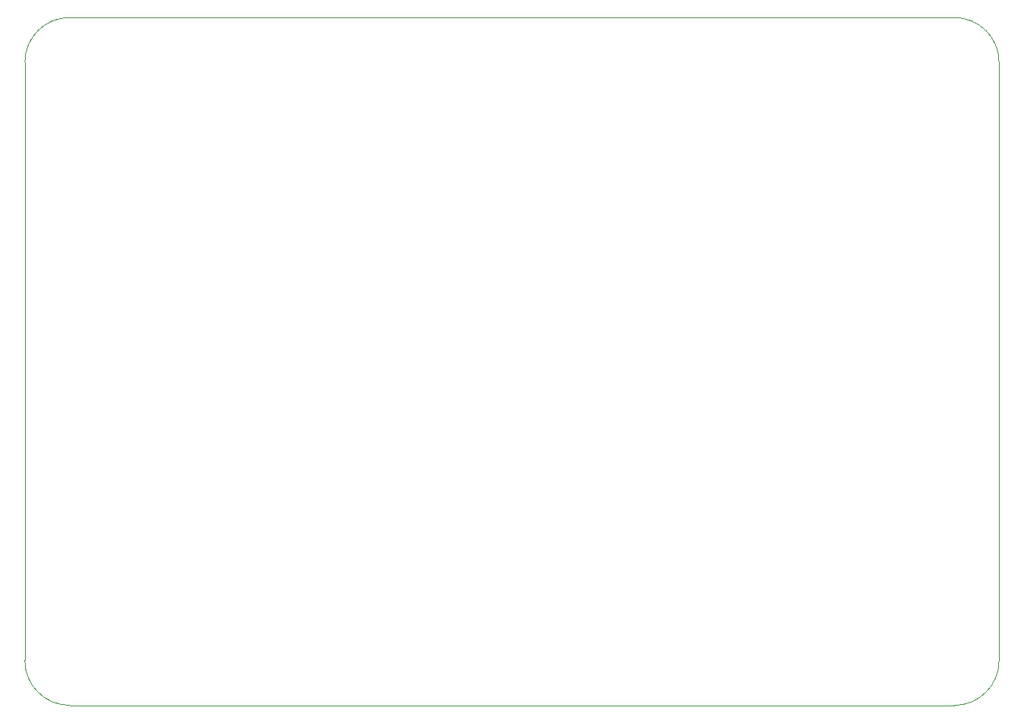
<source format=gko>
G75*
G70*
%OFA0B0*%
%FSLAX25Y25*%
%IPPOS*%
%LPD*%
%AMOC8*
5,1,8,0,0,1.08239X$1,22.5*
%
%ADD89C,0.00394*%
X0000000Y0000000D02*
%LPD*%
G01*
D89*
X0000000Y0283153D02*
X0000000Y0019720D01*
X0019685Y0000035D02*
G75*
G02*
X0000000Y0019720I0000000J0019685D01*
G01*
X0408780Y0302838D02*
X0019685Y0302838D01*
X0428465Y0019685D02*
X0428465Y0283153D01*
X0000000Y0283153D02*
G75*
G02*
X0019685Y0302838I0019685J0000000D01*
G01*
X0408780Y0302838D02*
G75*
G02*
X0428465Y0283153I0000000J-019685D01*
G01*
X0019685Y0000035D02*
X0408780Y0000035D01*
X0428465Y0019685D02*
G75*
G02*
X0408780Y0000000I-019685J0000000D01*
G01*
X0109409Y0008425D02*
G01*
G75*
X0390610Y0271988D02*
G01*
G75*
X0427776Y0058268D02*
G01*
G75*
X0427598Y0144744D02*
G01*
G75*
X0222087Y0301673D02*
G01*
G75*
X0323169Y0223169D02*
G01*
G75*
X0393720Y0274439D02*
G01*
G75*
M02*

</source>
